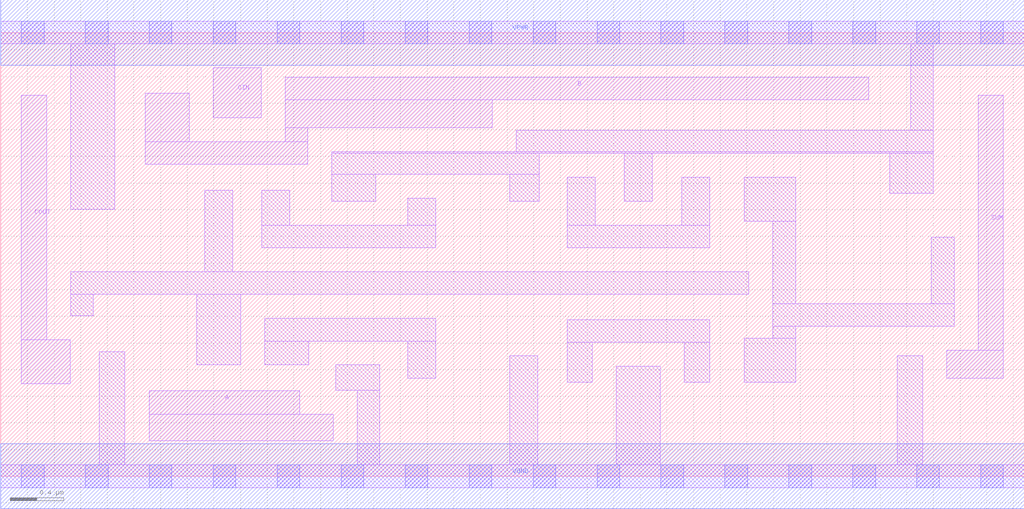
<source format=lef>
# Copyright 2020 The SkyWater PDK Authors
#
# Licensed under the Apache License, Version 2.0 (the "License");
# you may not use this file except in compliance with the License.
# You may obtain a copy of the License at
#
#     https://www.apache.org/licenses/LICENSE-2.0
#
# Unless required by applicable law or agreed to in writing, software
# distributed under the License is distributed on an "AS IS" BASIS,
# WITHOUT WARRANTIES OR CONDITIONS OF ANY KIND, either express or implied.
# See the License for the specific language governing permissions and
# limitations under the License.
#
# SPDX-License-Identifier: Apache-2.0

VERSION 5.7 ;
  NAMESCASESENSITIVE ON ;
  NOWIREEXTENSIONATPIN ON ;
  DIVIDERCHAR "/" ;
  BUSBITCHARS "[]" ;
UNITS
  DATABASE MICRONS 200 ;
END UNITS
MACRO sky130_fd_sc_lp__fa_m
  CLASS CORE ;
  SOURCE USER ;
  FOREIGN sky130_fd_sc_lp__fa_m ;
  ORIGIN  0.000000  0.000000 ;
  SIZE  7.680000 BY  3.330000 ;
  SYMMETRY X Y R90 ;
  SITE unit ;
  PIN A
    ANTENNAGATEAREA  0.504000 ;
    DIRECTION INPUT ;
    USE SIGNAL ;
    PORT
      LAYER li1 ;
        RECT 1.115000 0.265000 2.495000 0.465000 ;
        RECT 1.115000 0.465000 2.245000 0.640000 ;
    END
  END A
  PIN B
    ANTENNAGATEAREA  0.504000 ;
    DIRECTION INPUT ;
    USE SIGNAL ;
    PORT
      LAYER li1 ;
        RECT 1.085000 2.340000 2.305000 2.510000 ;
        RECT 1.085000 2.510000 1.415000 2.875000 ;
        RECT 2.135000 2.510000 2.305000 2.615000 ;
        RECT 2.135000 2.615000 3.690000 2.825000 ;
        RECT 2.135000 2.825000 6.515000 2.995000 ;
    END
  END B
  PIN CIN
    ANTENNAGATEAREA  0.378000 ;
    DIRECTION INPUT ;
    USE SIGNAL ;
    PORT
      LAYER li1 ;
        RECT 1.595000 2.690000 1.955000 3.065000 ;
    END
  END CIN
  PIN COUT
    ANTENNADIFFAREA  0.222600 ;
    DIRECTION OUTPUT ;
    USE SIGNAL ;
    PORT
      LAYER li1 ;
        RECT 0.155000 0.695000 0.520000 1.025000 ;
        RECT 0.155000 1.025000 0.345000 2.860000 ;
    END
  END COUT
  PIN SUM
    ANTENNADIFFAREA  0.222600 ;
    DIRECTION OUTPUT ;
    USE SIGNAL ;
    PORT
      LAYER li1 ;
        RECT 7.100000 0.735000 7.525000 0.945000 ;
        RECT 7.335000 0.945000 7.525000 2.860000 ;
    END
  END SUM
  PIN VGND
    DIRECTION INOUT ;
    USE GROUND ;
    PORT
      LAYER met1 ;
        RECT 0.000000 -0.245000 7.680000 0.245000 ;
    END
  END VGND
  PIN VPWR
    DIRECTION INOUT ;
    USE POWER ;
    PORT
      LAYER met1 ;
        RECT 0.000000 3.085000 7.680000 3.575000 ;
    END
  END VPWR
  OBS
    LAYER li1 ;
      RECT 0.000000 -0.085000 7.680000 0.085000 ;
      RECT 0.000000  3.245000 7.680000 3.415000 ;
      RECT 0.525000  1.205000 0.695000 1.365000 ;
      RECT 0.525000  1.365000 5.615000 1.535000 ;
      RECT 0.525000  2.005000 0.855000 3.245000 ;
      RECT 0.740000  0.085000 0.930000 0.935000 ;
      RECT 1.470000  0.835000 1.800000 1.365000 ;
      RECT 1.530000  1.535000 1.740000 2.145000 ;
      RECT 1.960000  1.715000 3.265000 1.885000 ;
      RECT 1.960000  1.885000 2.170000 2.145000 ;
      RECT 1.980000  0.835000 2.310000 1.015000 ;
      RECT 1.980000  1.015000 3.265000 1.185000 ;
      RECT 2.485000  2.065000 2.815000 2.265000 ;
      RECT 2.485000  2.265000 4.040000 2.425000 ;
      RECT 2.485000  2.425000 7.000000 2.435000 ;
      RECT 2.515000  0.645000 2.845000 0.835000 ;
      RECT 2.675000  0.085000 2.845000 0.645000 ;
      RECT 3.055000  0.735000 3.265000 1.015000 ;
      RECT 3.055000  1.885000 3.265000 2.085000 ;
      RECT 3.820000  0.085000 4.030000 0.905000 ;
      RECT 3.820000  2.065000 4.040000 2.265000 ;
      RECT 3.870000  2.435000 7.000000 2.595000 ;
      RECT 4.250000  0.705000 4.440000 1.005000 ;
      RECT 4.250000  1.005000 5.320000 1.175000 ;
      RECT 4.250000  1.715000 5.320000 1.885000 ;
      RECT 4.250000  1.885000 4.460000 2.245000 ;
      RECT 4.620000  0.085000 4.950000 0.825000 ;
      RECT 4.680000  2.065000 4.890000 2.425000 ;
      RECT 5.110000  1.885000 5.320000 2.245000 ;
      RECT 5.130000  0.705000 5.320000 1.005000 ;
      RECT 5.580000  0.705000 5.965000 1.035000 ;
      RECT 5.580000  1.915000 5.965000 2.245000 ;
      RECT 5.795000  1.035000 5.965000 1.125000 ;
      RECT 5.795000  1.125000 7.155000 1.295000 ;
      RECT 5.795000  1.295000 5.965000 1.915000 ;
      RECT 6.670000  2.125000 7.000000 2.425000 ;
      RECT 6.730000  0.085000 6.920000 0.905000 ;
      RECT 6.830000  2.595000 7.000000 3.245000 ;
      RECT 6.985000  1.295000 7.155000 1.795000 ;
    LAYER mcon ;
      RECT 0.155000 -0.085000 0.325000 0.085000 ;
      RECT 0.155000  3.245000 0.325000 3.415000 ;
      RECT 0.635000 -0.085000 0.805000 0.085000 ;
      RECT 0.635000  3.245000 0.805000 3.415000 ;
      RECT 1.115000 -0.085000 1.285000 0.085000 ;
      RECT 1.115000  3.245000 1.285000 3.415000 ;
      RECT 1.595000 -0.085000 1.765000 0.085000 ;
      RECT 1.595000  3.245000 1.765000 3.415000 ;
      RECT 2.075000 -0.085000 2.245000 0.085000 ;
      RECT 2.075000  3.245000 2.245000 3.415000 ;
      RECT 2.555000 -0.085000 2.725000 0.085000 ;
      RECT 2.555000  3.245000 2.725000 3.415000 ;
      RECT 3.035000 -0.085000 3.205000 0.085000 ;
      RECT 3.035000  3.245000 3.205000 3.415000 ;
      RECT 3.515000 -0.085000 3.685000 0.085000 ;
      RECT 3.515000  3.245000 3.685000 3.415000 ;
      RECT 3.995000 -0.085000 4.165000 0.085000 ;
      RECT 3.995000  3.245000 4.165000 3.415000 ;
      RECT 4.475000 -0.085000 4.645000 0.085000 ;
      RECT 4.475000  3.245000 4.645000 3.415000 ;
      RECT 4.955000 -0.085000 5.125000 0.085000 ;
      RECT 4.955000  3.245000 5.125000 3.415000 ;
      RECT 5.435000 -0.085000 5.605000 0.085000 ;
      RECT 5.435000  3.245000 5.605000 3.415000 ;
      RECT 5.915000 -0.085000 6.085000 0.085000 ;
      RECT 5.915000  3.245000 6.085000 3.415000 ;
      RECT 6.395000 -0.085000 6.565000 0.085000 ;
      RECT 6.395000  3.245000 6.565000 3.415000 ;
      RECT 6.875000 -0.085000 7.045000 0.085000 ;
      RECT 6.875000  3.245000 7.045000 3.415000 ;
      RECT 7.355000 -0.085000 7.525000 0.085000 ;
      RECT 7.355000  3.245000 7.525000 3.415000 ;
  END
END sky130_fd_sc_lp__fa_m
END LIBRARY

</source>
